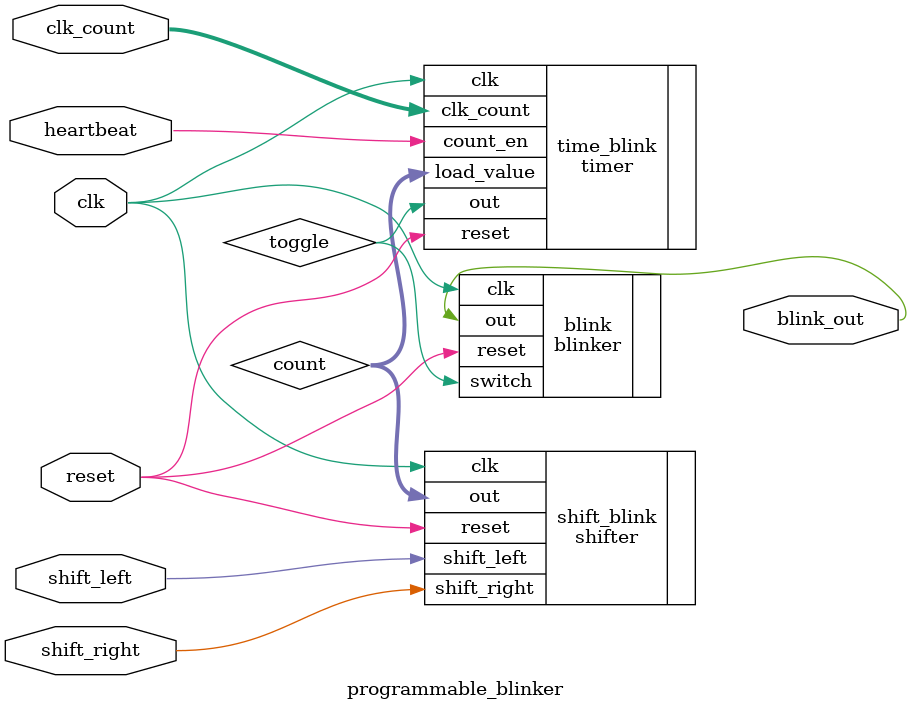
<source format=v>
module programmable_blinker #(  
    parameter n=2   // n=2 0s added for fast blinker, n=5 0s added for slow blinker
) (
    input clk, 
    input reset,
    input shift_left,
    input shift_right,
    input [21:0] clk_count, 
    input heartbeat,
    output blink_out
);

    wire [n+3:0] count; 
    wire toggle; 

    shifter #(n) shift_blink(.clk(clk), .reset(reset), .shift_left(shift_left), .shift_right(shift_right), .out(count) );
    timer #(n+4) time_blink(.clk(clk), .reset(reset), .clk_count(clk_count), .load_value(count), .count_en(heartbeat), .out(toggle) ); 
    blinker blink(.clk(clk), .reset(reset), .switch(toggle), .out(blink_out) ); 


endmodule
</source>
